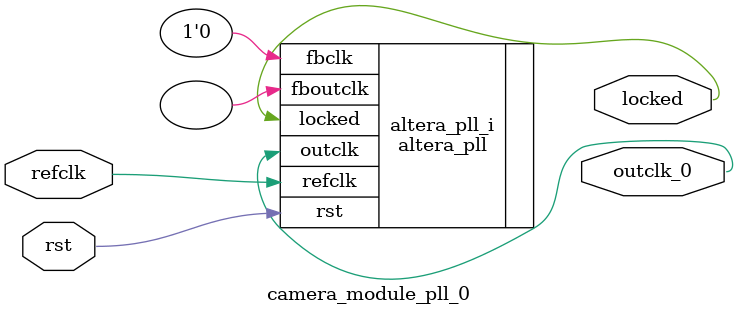
<source format=v>
`timescale 1ns/10ps
module  camera_module_pll_0(

	// interface 'refclk'
	input wire refclk,

	// interface 'reset'
	input wire rst,

	// interface 'outclk0'
	output wire outclk_0,

	// interface 'locked'
	output wire locked
);

	altera_pll #(
		.fractional_vco_multiplier("false"),
		.reference_clock_frequency("50.0 MHz"),
		.operation_mode("direct"),
		.number_of_clocks(1),
		.output_clock_frequency0("25.000000 MHz"),
		.phase_shift0("0 ps"),
		.duty_cycle0(50),
		.output_clock_frequency1("0 MHz"),
		.phase_shift1("0 ps"),
		.duty_cycle1(50),
		.output_clock_frequency2("0 MHz"),
		.phase_shift2("0 ps"),
		.duty_cycle2(50),
		.output_clock_frequency3("0 MHz"),
		.phase_shift3("0 ps"),
		.duty_cycle3(50),
		.output_clock_frequency4("0 MHz"),
		.phase_shift4("0 ps"),
		.duty_cycle4(50),
		.output_clock_frequency5("0 MHz"),
		.phase_shift5("0 ps"),
		.duty_cycle5(50),
		.output_clock_frequency6("0 MHz"),
		.phase_shift6("0 ps"),
		.duty_cycle6(50),
		.output_clock_frequency7("0 MHz"),
		.phase_shift7("0 ps"),
		.duty_cycle7(50),
		.output_clock_frequency8("0 MHz"),
		.phase_shift8("0 ps"),
		.duty_cycle8(50),
		.output_clock_frequency9("0 MHz"),
		.phase_shift9("0 ps"),
		.duty_cycle9(50),
		.output_clock_frequency10("0 MHz"),
		.phase_shift10("0 ps"),
		.duty_cycle10(50),
		.output_clock_frequency11("0 MHz"),
		.phase_shift11("0 ps"),
		.duty_cycle11(50),
		.output_clock_frequency12("0 MHz"),
		.phase_shift12("0 ps"),
		.duty_cycle12(50),
		.output_clock_frequency13("0 MHz"),
		.phase_shift13("0 ps"),
		.duty_cycle13(50),
		.output_clock_frequency14("0 MHz"),
		.phase_shift14("0 ps"),
		.duty_cycle14(50),
		.output_clock_frequency15("0 MHz"),
		.phase_shift15("0 ps"),
		.duty_cycle15(50),
		.output_clock_frequency16("0 MHz"),
		.phase_shift16("0 ps"),
		.duty_cycle16(50),
		.output_clock_frequency17("0 MHz"),
		.phase_shift17("0 ps"),
		.duty_cycle17(50),
		.pll_type("General"),
		.pll_subtype("General")
	) altera_pll_i (
		.rst	(rst),
		.outclk	({outclk_0}),
		.locked	(locked),
		.fboutclk	( ),
		.fbclk	(1'b0),
		.refclk	(refclk)
	);
endmodule


</source>
